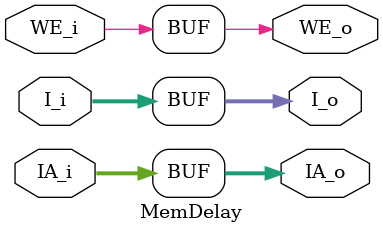
<source format=v>
`timescale 1ps / 1ps

module MemDelay (
  I_i,
  IA_i,
  WE_i,
  
  I_o,
  IA_o,
  WE_o
  );
  
  parameter RWIDTH = 34;
  parameter RDEPTH = 14;
  
  
  input [RWIDTH-1:0]	I_i;
  input [RDEPTH-1:0]	IA_i;
  input 		WE_i;
  
  output [RWIDTH-1:0]   I_o;
  output [RDEPTH-1:0]   IA_o;
  output 		WE_o;

  //reg [RWIDTH-1:0] I_temp;
  //reg [RDEPTH-1:0] IA_temp;  
  
  assign #1 I_o = I_i;
  assign #1 IA_o = IA_i;
  assign #1 WE_o = WE_i;

endmodule

</source>
